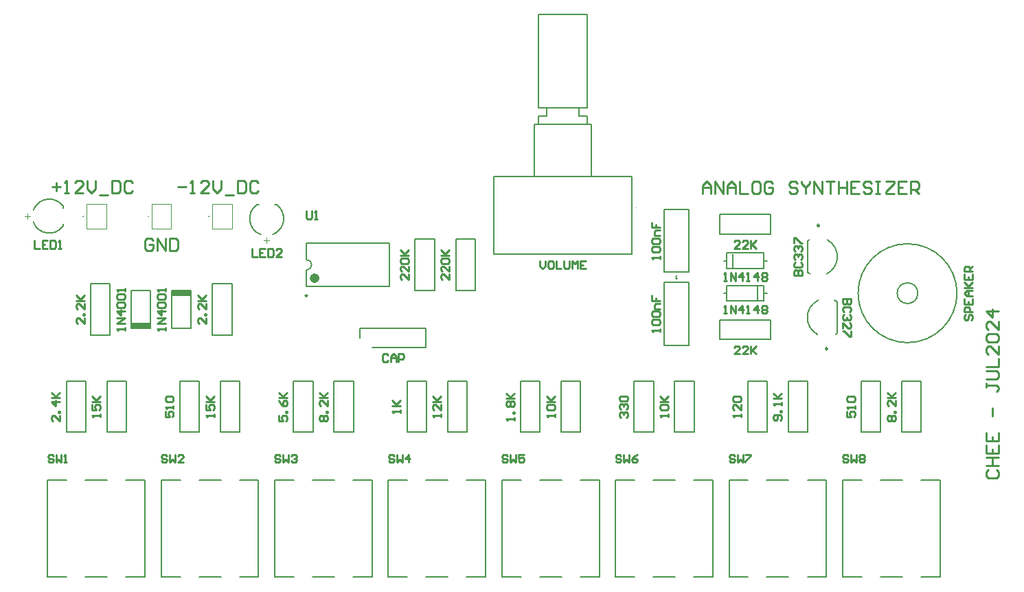
<source format=gbr>
G04*
G04 #@! TF.GenerationSoftware,Altium Limited,Altium Designer,24.5.1 (21)*
G04*
G04 Layer_Color=65535*
%FSLAX25Y25*%
%MOIN*%
G70*
G04*
G04 #@! TF.SameCoordinates,3106325B-D942-48A4-ABE3-467AB4579E9E*
G04*
G04*
G04 #@! TF.FilePolarity,Positive*
G04*
G01*
G75*
%ADD10C,0.00394*%
%ADD11C,0.00600*%
%ADD12C,0.00787*%
%ADD13C,0.00984*%
%ADD14C,0.00591*%
%ADD15C,0.02362*%
%ADD16C,0.01000*%
%ADD17R,0.09291X0.02622*%
D10*
X323228Y198819D02*
G03*
X322835Y198819I-197J0D01*
G01*
D02*
G03*
X323228Y198819I197J0D01*
G01*
X117303Y200886D02*
X126791D01*
X117303Y188878D02*
Y200886D01*
Y188878D02*
X126791D01*
Y200886D01*
X97264Y188878D02*
Y200886D01*
X87776Y188878D02*
X97264D01*
X87776D02*
Y200886D01*
X97264D01*
X56279D02*
X65768D01*
X56279Y188878D02*
Y200886D01*
Y188878D02*
X65768D01*
Y200886D01*
X142380Y183161D02*
X145079D01*
X143729Y181811D02*
Y184510D01*
X27649Y196203D02*
Y193504D01*
X26299Y194853D02*
X28998D01*
D11*
X342820Y164663D02*
G03*
X342820Y164663I-300J0D01*
G01*
X459724Y157480D02*
G03*
X459724Y157480I-5000J0D01*
G01*
X478724D02*
G03*
X478724Y157480I-24000J0D01*
G01*
X342820Y165730D02*
G03*
X342820Y165730I-300J0D01*
G01*
X336520Y167663D02*
Y198163D01*
X348520Y167663D02*
Y198163D01*
X336520D02*
X348520D01*
X336520Y167663D02*
X348520D01*
Y132230D02*
Y162730D01*
X336520Y132230D02*
Y162730D01*
Y132230D02*
X348520D01*
X336520Y162730D02*
X348520D01*
D12*
X407088Y183373D02*
G03*
X406161Y182811I4329J-8177D01*
G01*
Y167583D02*
G03*
X407504Y166813I5256J7614D01*
G01*
X415332Y166814D02*
G03*
X415748Y183373I-3914J8383D01*
G01*
X411440Y154052D02*
G03*
X411024Y137494I3914J-8383D01*
G01*
X420610Y153283D02*
G03*
X419267Y154053I-5256J-7614D01*
G01*
X419684Y137493D02*
G03*
X420610Y138055I-4329J8177D01*
G01*
X115748Y194685D02*
G03*
X115748Y194685I-197J0D01*
G01*
X86221D02*
G03*
X86221Y194685I-197J0D01*
G01*
X54724D02*
G03*
X54724Y194685I-197J0D01*
G01*
X162992Y168760D02*
G03*
X162992Y173760I0J2500D01*
G01*
X194882Y131083D02*
X220886D01*
Y140571D01*
X188878D02*
X220886D01*
X188878Y135827D02*
Y140571D01*
X211811Y114764D02*
X221260D01*
Y89961D02*
Y114764D01*
X211811Y89961D02*
Y114764D01*
Y89961D02*
X221260D01*
X235433Y183661D02*
X244882D01*
Y158858D02*
Y183661D01*
X235433Y158858D02*
Y183661D01*
Y158858D02*
X244882D01*
X215748D02*
X225197D01*
X215748D02*
Y183661D01*
X225197Y158858D02*
Y183661D01*
X215748D02*
X225197D01*
X275590Y247441D02*
X279528D01*
X275590D02*
Y292717D01*
X299213D01*
Y247441D02*
Y292717D01*
X295276Y247441D02*
X299213D01*
X275590Y239567D02*
Y243504D01*
X279528D01*
Y247441D01*
X295276D01*
Y243504D02*
Y247441D01*
Y243504D02*
X299213D01*
Y239567D02*
Y243504D01*
X273622Y213976D02*
Y239567D01*
X301181D01*
Y213976D02*
Y239567D01*
X320866Y176575D02*
Y213976D01*
X253937D02*
X320866D01*
X253937Y176575D02*
Y213976D01*
Y176575D02*
X320866D01*
X367008Y153720D02*
X384961D01*
X367008D02*
Y161240D01*
X384961D01*
Y153720D02*
Y161240D01*
X381890Y154114D02*
Y160846D01*
X384961Y157480D02*
X386535D01*
X365433D02*
X367008D01*
X363583Y135039D02*
Y144488D01*
X388386D01*
X363583Y135039D02*
X388386D01*
Y144488D01*
X367008Y176988D02*
X384961D01*
Y169468D02*
Y176988D01*
X367008Y169468D02*
X384961D01*
X367008D02*
Y176988D01*
X370079Y169862D02*
Y176594D01*
X365433Y173228D02*
X367008D01*
X384961D02*
X386535D01*
X388386Y186221D02*
Y195669D01*
X363583Y186221D02*
X388386D01*
X363583Y195669D02*
X388386D01*
X363583Y186221D02*
Y195669D01*
X406161Y167583D02*
Y182811D01*
X420610Y138055D02*
Y153283D01*
X58268Y162008D02*
X67716D01*
Y137205D02*
Y162008D01*
X58268Y137205D02*
Y162008D01*
Y137205D02*
X67716D01*
X97716Y140482D02*
X107008D01*
Y158730D01*
X97716D02*
X107008D01*
X97716Y140482D02*
Y158730D01*
X78031D02*
X87323D01*
X78031Y140482D02*
Y158730D01*
Y140482D02*
X87323D01*
Y158730D01*
X117323Y162008D02*
X126772D01*
Y137205D02*
Y162008D01*
X117323Y137205D02*
Y162008D01*
Y137205D02*
X126772D01*
X451968Y89961D02*
X461417D01*
X451968D02*
Y114764D01*
X461417Y89961D02*
Y114764D01*
X451968D02*
X461417D01*
X432283D02*
X441732D01*
Y89961D02*
Y114764D01*
X432283Y89961D02*
Y114764D01*
Y89961D02*
X441732D01*
X396850Y89961D02*
X406299D01*
X396850D02*
Y114764D01*
X406299Y89961D02*
Y114764D01*
X396850D02*
X406299D01*
X377165Y114764D02*
X386614D01*
Y89961D02*
Y114764D01*
X377165Y89961D02*
Y114764D01*
Y89961D02*
X386614D01*
X341732D02*
X351181D01*
X341732D02*
Y114764D01*
X351181Y89961D02*
Y114764D01*
X341732D02*
X351181D01*
X322047D02*
X331496D01*
Y89961D02*
Y114764D01*
X322047Y89961D02*
Y114764D01*
Y89961D02*
X331496D01*
X286614D02*
X296063D01*
X286614D02*
Y114764D01*
X296063Y89961D02*
Y114764D01*
X286614D02*
X296063D01*
X266929D02*
X276378D01*
Y89961D02*
Y114764D01*
X266929Y89961D02*
Y114764D01*
Y89961D02*
X276378D01*
X231496D02*
X240945D01*
X231496D02*
Y114764D01*
X240945Y89961D02*
Y114764D01*
X231496D02*
X240945D01*
X176378Y89961D02*
X185827D01*
X176378D02*
Y114764D01*
X185827Y89961D02*
Y114764D01*
X176378D02*
X185827D01*
X156693D02*
X166142D01*
Y89961D02*
Y114764D01*
X156693Y89961D02*
Y114764D01*
Y89961D02*
X166142D01*
X121260D02*
X130709D01*
X121260D02*
Y114764D01*
X130709Y89961D02*
Y114764D01*
X121260D02*
X130709D01*
X101575D02*
X111024D01*
Y89961D02*
Y114764D01*
X101575Y89961D02*
Y114764D01*
Y89961D02*
X111024D01*
X66142D02*
X75590D01*
X66142D02*
Y114764D01*
X75590Y89961D02*
Y114764D01*
X66142D02*
X75590D01*
X46457D02*
X55905D01*
Y89961D02*
Y114764D01*
X46457Y89961D02*
Y114764D01*
Y89961D02*
X55905D01*
X305118Y19685D02*
Y66929D01*
X257874Y19685D02*
Y66929D01*
X295866D02*
X305118D01*
X295866Y19685D02*
X305118D01*
X257874Y66929D02*
X267126D01*
X257874Y19685D02*
X267126D01*
X276181Y66929D02*
X286811D01*
X276181Y19685D02*
X286811D01*
X470472D02*
Y66929D01*
X423228Y19685D02*
Y66929D01*
X461221D02*
X470472D01*
X461221Y19685D02*
X470472D01*
X423228Y66929D02*
X432480D01*
X423228Y19685D02*
X432480D01*
X441535Y66929D02*
X452165D01*
X441535Y19685D02*
X452165D01*
X360236D02*
Y66929D01*
X312992Y19685D02*
Y66929D01*
X350984D02*
X360236D01*
X350984Y19685D02*
X360236D01*
X312992Y66929D02*
X322244D01*
X312992Y19685D02*
X322244D01*
X331299Y66929D02*
X341929D01*
X331299Y19685D02*
X341929D01*
X415354D02*
Y66929D01*
X368110Y19685D02*
Y66929D01*
X406102D02*
X415354D01*
X406102Y19685D02*
X415354D01*
X368110Y66929D02*
X377362D01*
X368110Y19685D02*
X377362D01*
X386417Y66929D02*
X397047D01*
X386417Y19685D02*
X397047D01*
X139764D02*
Y66929D01*
X92520Y19685D02*
Y66929D01*
X130512D02*
X139764D01*
X130512Y19685D02*
X139764D01*
X92520Y66929D02*
X101772D01*
X92520Y19685D02*
X101772D01*
X110827Y66929D02*
X121457D01*
X110827Y19685D02*
X121457D01*
X194882D02*
Y66929D01*
X147638Y19685D02*
Y66929D01*
X185630D02*
X194882D01*
X185630Y19685D02*
X194882D01*
X147638Y66929D02*
X156890D01*
X147638Y19685D02*
X156890D01*
X165945Y66929D02*
X176575D01*
X165945Y19685D02*
X176575D01*
X250000D02*
Y66929D01*
X202756Y19685D02*
Y66929D01*
X240748D02*
X250000D01*
X240748Y19685D02*
X250000D01*
X202756Y66929D02*
X212008D01*
X202756Y19685D02*
X212008D01*
X221063Y66929D02*
X231693D01*
X221063Y19685D02*
X231693D01*
X55709D02*
X66339D01*
X55709Y66929D02*
X66339D01*
X37402Y19685D02*
X46654D01*
X37402Y66929D02*
X46654D01*
X75394Y19685D02*
X84646D01*
X75394Y66929D02*
X84646D01*
X37402Y19685D02*
Y66929D01*
X84646Y19685D02*
Y66929D01*
X162992Y160827D02*
X203150D01*
X162992Y181693D02*
X203150D01*
X162992Y160827D02*
Y168760D01*
Y173760D02*
Y181693D01*
X203150Y160827D02*
Y181693D01*
D13*
X411909Y190354D02*
G03*
X411909Y190354I-492J0D01*
G01*
X415846Y130512D02*
G03*
X415846Y130512I-492J0D01*
G01*
X163445Y156260D02*
G03*
X163445Y156260I-492J0D01*
G01*
D14*
X138979Y200487D02*
G03*
X140869Y185933I4722J-6786D01*
G01*
X146533D02*
G03*
X148423Y200487I-2832J7768D01*
G01*
X44976Y199604D02*
G03*
X30421Y197714I-6786J-4722D01*
G01*
Y192050D02*
G03*
X44976Y190160I7768J2832D01*
G01*
X138979Y200487D02*
X139961D01*
X147441D02*
X148423D01*
X44976Y198622D02*
Y199604D01*
Y190160D02*
Y191142D01*
D15*
X168110Y164764D02*
G03*
X168110Y164764I-1181J0D01*
G01*
D16*
X202508Y127296D02*
X201852Y127952D01*
X200540D01*
X199884Y127296D01*
Y124672D01*
X200540Y124016D01*
X201852D01*
X202508Y124672D01*
X203820Y124016D02*
Y126640D01*
X205132Y127952D01*
X206444Y126640D01*
Y124016D01*
Y125984D01*
X203820D01*
X207756Y124016D02*
Y127952D01*
X209724D01*
X210380Y127296D01*
Y125984D01*
X209724Y125328D01*
X207756D01*
X100585Y209161D02*
X104584D01*
X106583Y206162D02*
X108582D01*
X107583D01*
Y212160D01*
X106583Y211161D01*
X115580Y206162D02*
X111582D01*
X115580Y210161D01*
Y211161D01*
X114581Y212160D01*
X112581D01*
X111582Y211161D01*
X117579Y212160D02*
Y208162D01*
X119579Y206162D01*
X121578Y208162D01*
Y212160D01*
X123578Y205163D02*
X127576D01*
X129576Y212160D02*
Y206162D01*
X132575D01*
X133574Y207162D01*
Y211161D01*
X132575Y212160D01*
X129576D01*
X139572Y211161D02*
X138573Y212160D01*
X136573D01*
X135574Y211161D01*
Y207162D01*
X136573Y206162D01*
X138573D01*
X139572Y207162D01*
X494002Y71928D02*
X493002Y70928D01*
Y68929D01*
X494002Y67929D01*
X498000D01*
X499000Y68929D01*
Y70928D01*
X498000Y71928D01*
X493002Y73927D02*
X499000D01*
X496001D01*
Y77926D01*
X493002D01*
X499000D01*
X493002Y83924D02*
Y79925D01*
X499000D01*
Y83924D01*
X496001Y79925D02*
Y81925D01*
X493002Y89922D02*
Y85923D01*
X499000D01*
Y89922D01*
X496001Y85923D02*
Y87923D01*
Y97919D02*
Y101918D01*
X493002Y113914D02*
Y111915D01*
Y112915D01*
X498000D01*
X499000Y111915D01*
Y110915D01*
X498000Y109915D01*
X493002Y115914D02*
X498000D01*
X499000Y116913D01*
Y118913D01*
X498000Y119912D01*
X493002D01*
Y121912D02*
X499000D01*
Y125910D01*
Y131908D02*
Y127910D01*
X495001Y131908D01*
X494002D01*
X493002Y130909D01*
Y128909D01*
X494002Y127910D01*
Y133908D02*
X493002Y134907D01*
Y136907D01*
X494002Y137907D01*
X498000D01*
X499000Y136907D01*
Y134907D01*
X498000Y133908D01*
X494002D01*
X499000Y143904D02*
Y139906D01*
X495001Y143904D01*
X494002D01*
X493002Y142905D01*
Y140905D01*
X494002Y139906D01*
X499000Y148903D02*
X493002D01*
X496001Y145904D01*
Y149903D01*
X355331Y205724D02*
Y209723D01*
X357330Y211722D01*
X359329Y209723D01*
Y205724D01*
Y208723D01*
X355331D01*
X361329Y205724D02*
Y211722D01*
X365328Y205724D01*
Y211722D01*
X367327Y205724D02*
Y209723D01*
X369326Y211722D01*
X371325Y209723D01*
Y205724D01*
Y208723D01*
X367327D01*
X373325Y211722D02*
Y205724D01*
X377324D01*
X382322Y211722D02*
X380323D01*
X379323Y210723D01*
Y206724D01*
X380323Y205724D01*
X382322D01*
X383322Y206724D01*
Y210723D01*
X382322Y211722D01*
X389320Y210723D02*
X388320Y211722D01*
X386321D01*
X385321Y210723D01*
Y206724D01*
X386321Y205724D01*
X388320D01*
X389320Y206724D01*
Y208723D01*
X387320D01*
X401316Y210723D02*
X400316Y211722D01*
X398317D01*
X397317Y210723D01*
Y209723D01*
X398317Y208723D01*
X400316D01*
X401316Y207724D01*
Y206724D01*
X400316Y205724D01*
X398317D01*
X397317Y206724D01*
X403315Y211722D02*
Y210723D01*
X405314Y208723D01*
X407314Y210723D01*
Y211722D01*
X405314Y208723D02*
Y205724D01*
X409313D02*
Y211722D01*
X413312Y205724D01*
Y211722D01*
X415311D02*
X419310D01*
X417311D01*
Y205724D01*
X421309Y211722D02*
Y205724D01*
Y208723D01*
X425308D01*
Y211722D01*
Y205724D01*
X431306Y211722D02*
X427307D01*
Y205724D01*
X431306D01*
X427307Y208723D02*
X429307D01*
X437304Y210723D02*
X436305Y211722D01*
X434305D01*
X433306Y210723D01*
Y209723D01*
X434305Y208723D01*
X436305D01*
X437304Y207724D01*
Y206724D01*
X436305Y205724D01*
X434305D01*
X433306Y206724D01*
X439303Y211722D02*
X441303D01*
X440303D01*
Y205724D01*
X439303D01*
X441303D01*
X444302Y211722D02*
X448301D01*
Y210723D01*
X444302Y206724D01*
Y205724D01*
X448301D01*
X454299Y211722D02*
X450300D01*
Y205724D01*
X454299D01*
X450300Y208723D02*
X452299D01*
X456298Y205724D02*
Y211722D01*
X459297D01*
X460297Y210723D01*
Y208723D01*
X459297Y207724D01*
X456298D01*
X458297D02*
X460297Y205724D01*
X94488Y139439D02*
Y140751D01*
Y140095D01*
X90552D01*
X91208Y139439D01*
X94488Y142719D02*
X90552D01*
X94488Y145343D01*
X90552D01*
X94488Y148622D02*
X90552D01*
X92520Y146654D01*
Y149278D01*
X91208Y150590D02*
X90552Y151246D01*
Y152558D01*
X91208Y153214D01*
X93832D01*
X94488Y152558D01*
Y151246D01*
X93832Y150590D01*
X91208D01*
Y154526D02*
X90552Y155182D01*
Y156494D01*
X91208Y157150D01*
X93832D01*
X94488Y156494D01*
Y155182D01*
X93832Y154526D01*
X91208D01*
X94488Y158462D02*
Y159774D01*
Y159118D01*
X90552D01*
X91208Y158462D01*
X74803Y139439D02*
Y140751D01*
Y140095D01*
X70867D01*
X71523Y139439D01*
X74803Y142719D02*
X70867D01*
X74803Y145343D01*
X70867D01*
X74803Y148622D02*
X70867D01*
X72835Y146654D01*
Y149278D01*
X71523Y150590D02*
X70867Y151246D01*
Y152558D01*
X71523Y153214D01*
X74147D01*
X74803Y152558D01*
Y151246D01*
X74147Y150590D01*
X71523D01*
Y154526D02*
X70867Y155182D01*
Y156494D01*
X71523Y157150D01*
X74147D01*
X74803Y156494D01*
Y155182D01*
X74147Y154526D01*
X71523D01*
X74803Y158462D02*
Y159774D01*
Y159118D01*
X70867D01*
X71523Y158462D01*
X399607Y166014D02*
X403543D01*
Y167981D01*
X402887Y168637D01*
X402231D01*
X401575Y167981D01*
Y166014D01*
Y167981D01*
X400919Y168637D01*
X400263D01*
X399607Y167981D01*
Y166014D01*
X400263Y172573D02*
X399607Y171917D01*
Y170605D01*
X400263Y169949D01*
X402887D01*
X403543Y170605D01*
Y171917D01*
X402887Y172573D01*
X400263Y173885D02*
X399607Y174541D01*
Y175853D01*
X400263Y176509D01*
X400919D01*
X401575Y175853D01*
Y175197D01*
Y175853D01*
X402231Y176509D01*
X402887D01*
X403543Y175853D01*
Y174541D01*
X402887Y173885D01*
X400263Y177821D02*
X399607Y178477D01*
Y179789D01*
X400263Y180445D01*
X400919D01*
X401575Y179789D01*
Y179133D01*
Y179789D01*
X402231Y180445D01*
X402887D01*
X403543Y179789D01*
Y178477D01*
X402887Y177821D01*
X399607Y181756D02*
Y184380D01*
X400263D01*
X402887Y181756D01*
X403543D01*
X88521Y183102D02*
X87521Y184101D01*
X85522D01*
X84522Y183102D01*
Y179103D01*
X85522Y178103D01*
X87521D01*
X88521Y179103D01*
Y181102D01*
X86522D01*
X90520Y178103D02*
Y184101D01*
X94519Y178103D01*
Y184101D01*
X96518D02*
Y178103D01*
X99517D01*
X100517Y179103D01*
Y183102D01*
X99517Y184101D01*
X96518D01*
X114173Y145343D02*
Y142719D01*
X111549Y145343D01*
X110893D01*
X110237Y144687D01*
Y143375D01*
X110893Y142719D01*
X114173Y146654D02*
X113517D01*
Y147310D01*
X114173D01*
Y146654D01*
Y152558D02*
Y149934D01*
X111549Y152558D01*
X110893D01*
X110237Y151902D01*
Y150590D01*
X110893Y149934D01*
X110237Y153870D02*
X114173D01*
X112861D01*
X110237Y156494D01*
X112205Y154526D01*
X114173Y156494D01*
X55117Y145343D02*
Y142719D01*
X52494Y145343D01*
X51838D01*
X51182Y144687D01*
Y143375D01*
X51838Y142719D01*
X55117Y146654D02*
X54461D01*
Y147310D01*
X55117D01*
Y146654D01*
Y152558D02*
Y149934D01*
X52494Y152558D01*
X51838D01*
X51182Y151902D01*
Y150590D01*
X51838Y149934D01*
X51182Y153870D02*
X55117D01*
X53806D01*
X51182Y156494D01*
X53150Y154526D01*
X55117Y156494D01*
X136485Y179133D02*
Y175198D01*
X139109D01*
X143045Y179133D02*
X140421D01*
Y175198D01*
X143045D01*
X140421Y177165D02*
X141733D01*
X144357Y179133D02*
Y175198D01*
X146325D01*
X146981Y175853D01*
Y178477D01*
X146325Y179133D01*
X144357D01*
X150916Y175198D02*
X148293D01*
X150916Y177821D01*
Y178477D01*
X150260Y179133D01*
X148949D01*
X148293Y178477D01*
X30842Y183070D02*
Y179135D01*
X33466D01*
X37402Y183070D02*
X34778D01*
Y179135D01*
X37402D01*
X34778Y181102D02*
X36090D01*
X38713Y183070D02*
Y179135D01*
X40681D01*
X41337Y179790D01*
Y182414D01*
X40681Y183070D01*
X38713D01*
X42649Y179135D02*
X43961D01*
X43305D01*
Y183070D01*
X42649Y182414D01*
X39561Y209161D02*
X43560D01*
X41561Y211161D02*
Y207162D01*
X45559Y206162D02*
X47559D01*
X46559D01*
Y212160D01*
X45559Y211161D01*
X54557Y206162D02*
X50558D01*
X54557Y210161D01*
Y211161D01*
X53557Y212160D01*
X51558D01*
X50558Y211161D01*
X56556Y212160D02*
Y208162D01*
X58555Y206162D01*
X60555Y208162D01*
Y212160D01*
X62554Y205163D02*
X66553D01*
X68552Y212160D02*
Y206162D01*
X71551D01*
X72551Y207162D01*
Y211161D01*
X71551Y212160D01*
X68552D01*
X78549Y211161D02*
X77549Y212160D01*
X75550D01*
X74550Y211161D01*
Y207162D01*
X75550Y206162D01*
X77549D01*
X78549Y207162D01*
X276250Y173228D02*
Y170604D01*
X277562Y169292D01*
X278874Y170604D01*
Y173228D01*
X282154D02*
X280842D01*
X280186Y172572D01*
Y169948D01*
X280842Y169292D01*
X282154D01*
X282810Y169948D01*
Y172572D01*
X282154Y173228D01*
X284122D02*
Y169292D01*
X286746D01*
X288057Y173228D02*
Y169948D01*
X288714Y169292D01*
X290025D01*
X290681Y169948D01*
Y173228D01*
X291993Y169292D02*
Y173228D01*
X293305Y171916D01*
X294617Y173228D01*
Y169292D01*
X298553Y173228D02*
X295929D01*
Y169292D01*
X298553D01*
X295929Y171260D02*
X297241D01*
X162906Y197342D02*
Y194062D01*
X163562Y193406D01*
X164874D01*
X165530Y194062D01*
Y197342D01*
X166842Y193406D02*
X168154D01*
X167498D01*
Y197342D01*
X166842Y196686D01*
X425930Y78586D02*
X425274Y79242D01*
X423962D01*
X423306Y78586D01*
Y77930D01*
X423962Y77274D01*
X425274D01*
X425930Y76618D01*
Y75962D01*
X425274Y75306D01*
X423962D01*
X423306Y75962D01*
X427242Y79242D02*
Y75306D01*
X428554Y76618D01*
X429866Y75306D01*
Y79242D01*
X431178Y78586D02*
X431834Y79242D01*
X433146D01*
X433802Y78586D01*
Y77930D01*
X433146Y77274D01*
X433802Y76618D01*
Y75962D01*
X433146Y75306D01*
X431834D01*
X431178Y75962D01*
Y76618D01*
X431834Y77274D01*
X431178Y77930D01*
Y78586D01*
X431834Y77274D02*
X433146D01*
X370830Y78586D02*
X370174Y79242D01*
X368862D01*
X368206Y78586D01*
Y77930D01*
X368862Y77274D01*
X370174D01*
X370830Y76618D01*
Y75962D01*
X370174Y75306D01*
X368862D01*
X368206Y75962D01*
X372142Y79242D02*
Y75306D01*
X373454Y76618D01*
X374766Y75306D01*
Y79242D01*
X376078D02*
X378702D01*
Y78586D01*
X376078Y75962D01*
Y75306D01*
X315730Y78586D02*
X315074Y79242D01*
X313762D01*
X313106Y78586D01*
Y77930D01*
X313762Y77274D01*
X315074D01*
X315730Y76618D01*
Y75962D01*
X315074Y75306D01*
X313762D01*
X313106Y75962D01*
X317042Y79242D02*
Y75306D01*
X318354Y76618D01*
X319666Y75306D01*
Y79242D01*
X323602D02*
X322290Y78586D01*
X320978Y77274D01*
Y75962D01*
X321634Y75306D01*
X322946D01*
X323602Y75962D01*
Y76618D01*
X322946Y77274D01*
X320978D01*
X260630Y78586D02*
X259974Y79242D01*
X258662D01*
X258006Y78586D01*
Y77930D01*
X258662Y77274D01*
X259974D01*
X260630Y76618D01*
Y75962D01*
X259974Y75306D01*
X258662D01*
X258006Y75962D01*
X261942Y79242D02*
Y75306D01*
X263254Y76618D01*
X264566Y75306D01*
Y79242D01*
X268502D02*
X265878D01*
Y77274D01*
X267190Y77930D01*
X267846D01*
X268502Y77274D01*
Y75962D01*
X267846Y75306D01*
X266534D01*
X265878Y75962D01*
X205530Y78586D02*
X204874Y79242D01*
X203562D01*
X202906Y78586D01*
Y77930D01*
X203562Y77274D01*
X204874D01*
X205530Y76618D01*
Y75962D01*
X204874Y75306D01*
X203562D01*
X202906Y75962D01*
X206842Y79242D02*
Y75306D01*
X208154Y76618D01*
X209466Y75306D01*
Y79242D01*
X212746Y75306D02*
Y79242D01*
X210778Y77274D01*
X213402D01*
X150330Y78586D02*
X149674Y79242D01*
X148362D01*
X147706Y78586D01*
Y77930D01*
X148362Y77274D01*
X149674D01*
X150330Y76618D01*
Y75962D01*
X149674Y75306D01*
X148362D01*
X147706Y75962D01*
X151642Y79242D02*
Y75306D01*
X152954Y76618D01*
X154266Y75306D01*
Y79242D01*
X155578Y78586D02*
X156234Y79242D01*
X157546D01*
X158202Y78586D01*
Y77930D01*
X157546Y77274D01*
X156890D01*
X157546D01*
X158202Y76618D01*
Y75962D01*
X157546Y75306D01*
X156234D01*
X155578Y75962D01*
X95230Y78586D02*
X94574Y79242D01*
X93262D01*
X92606Y78586D01*
Y77930D01*
X93262Y77274D01*
X94574D01*
X95230Y76618D01*
Y75962D01*
X94574Y75306D01*
X93262D01*
X92606Y75962D01*
X96542Y79242D02*
Y75306D01*
X97854Y76618D01*
X99166Y75306D01*
Y79242D01*
X103102Y75306D02*
X100478D01*
X103102Y77930D01*
Y78586D01*
X102446Y79242D01*
X101134D01*
X100478Y78586D01*
X40130D02*
X39474Y79242D01*
X38162D01*
X37506Y78586D01*
Y77930D01*
X38162Y77274D01*
X39474D01*
X40130Y76618D01*
Y75962D01*
X39474Y75306D01*
X38162D01*
X37506Y75962D01*
X41442Y79242D02*
Y75306D01*
X42754Y76618D01*
X44066Y75306D01*
Y79242D01*
X45378Y75306D02*
X46690D01*
X46034D01*
Y79242D01*
X45378Y78586D01*
X373360Y127953D02*
X370737D01*
X373360Y130577D01*
Y131233D01*
X372705Y131889D01*
X371393D01*
X370737Y131233D01*
X377296Y127953D02*
X374672D01*
X377296Y130577D01*
Y131233D01*
X376640Y131889D01*
X375328D01*
X374672Y131233D01*
X378608Y131889D02*
Y127953D01*
Y129265D01*
X381232Y131889D01*
X379264Y129921D01*
X381232Y127953D01*
X373360Y179135D02*
X370737D01*
X373360Y181758D01*
Y182414D01*
X372705Y183070D01*
X371393D01*
X370737Y182414D01*
X377296Y179135D02*
X374672D01*
X377296Y181758D01*
Y182414D01*
X376640Y183070D01*
X375328D01*
X374672Y182414D01*
X378608Y183070D02*
Y179135D01*
Y180446D01*
X381232Y183070D01*
X379264Y181102D01*
X381232Y179135D01*
X43306Y98098D02*
Y95475D01*
X40683Y98098D01*
X40027D01*
X39371Y97443D01*
Y96131D01*
X40027Y95475D01*
X43306Y99410D02*
X42650D01*
Y100066D01*
X43306D01*
Y99410D01*
Y104658D02*
X39371D01*
X41339Y102690D01*
Y105314D01*
X39371Y106626D02*
X43306D01*
X41995D01*
X39371Y109250D01*
X41339Y107282D01*
X43306Y109250D01*
X62991Y97443D02*
Y98754D01*
Y98098D01*
X59056D01*
X59712Y97443D01*
X59056Y103346D02*
Y100722D01*
X61024D01*
X60368Y102034D01*
Y102690D01*
X61024Y103346D01*
X62335D01*
X62991Y102690D01*
Y101378D01*
X62335Y100722D01*
X59056Y104658D02*
X62991D01*
X61680D01*
X59056Y107282D01*
X61024Y105314D01*
X62991Y107282D01*
X94489Y100066D02*
Y97443D01*
X96457D01*
X95801Y98754D01*
Y99410D01*
X96457Y100066D01*
X97769D01*
X98425Y99410D01*
Y98098D01*
X97769Y97443D01*
X98425Y101378D02*
Y102690D01*
Y102034D01*
X94489D01*
X95145Y101378D01*
Y104658D02*
X94489Y105314D01*
Y106626D01*
X95145Y107282D01*
X97769D01*
X98425Y106626D01*
Y105314D01*
X97769Y104658D01*
X95145D01*
X118110Y97443D02*
Y98754D01*
Y98098D01*
X114174D01*
X114830Y97443D01*
X114174Y103346D02*
Y100722D01*
X116142D01*
X115486Y102034D01*
Y102690D01*
X116142Y103346D01*
X117454D01*
X118110Y102690D01*
Y101378D01*
X117454Y100722D01*
X114174Y104658D02*
X118110D01*
X116798D01*
X114174Y107282D01*
X116142Y105314D01*
X118110Y107282D01*
X149607Y98098D02*
Y95475D01*
X151575D01*
X150919Y96787D01*
Y97443D01*
X151575Y98098D01*
X152887D01*
X153543Y97443D01*
Y96131D01*
X152887Y95475D01*
X153543Y99410D02*
X152887D01*
Y100066D01*
X153543D01*
Y99410D01*
X149607Y105314D02*
X150263Y104002D01*
X151575Y102690D01*
X152887D01*
X153543Y103346D01*
Y104658D01*
X152887Y105314D01*
X152231D01*
X151575Y104658D01*
Y102690D01*
X149607Y106626D02*
X153543D01*
X152231D01*
X149607Y109250D01*
X151575Y107282D01*
X153543Y109250D01*
X169948Y95475D02*
X169292Y96131D01*
Y97443D01*
X169948Y98098D01*
X170604D01*
X171260Y97443D01*
X171916Y98098D01*
X172572D01*
X173228Y97443D01*
Y96131D01*
X172572Y95475D01*
X171916D01*
X171260Y96131D01*
X170604Y95475D01*
X169948D01*
X171260Y96131D02*
Y97443D01*
X173228Y99410D02*
X172572D01*
Y100066D01*
X173228D01*
Y99410D01*
Y105314D02*
Y102690D01*
X170604Y105314D01*
X169948D01*
X169292Y104658D01*
Y103346D01*
X169948Y102690D01*
X169292Y106626D02*
X173228D01*
X171916D01*
X169292Y109250D01*
X171260Y107282D01*
X173228Y109250D01*
X208661Y99410D02*
Y100722D01*
Y100066D01*
X204725D01*
X205381Y99410D01*
X204725Y102690D02*
X208661D01*
X207349D01*
X204725Y105314D01*
X206693Y103346D01*
X208661Y105314D01*
X228346Y97443D02*
Y98754D01*
Y98098D01*
X224410D01*
X225066Y97443D01*
X228346Y103346D02*
Y100722D01*
X225722Y103346D01*
X225066D01*
X224410Y102690D01*
Y101378D01*
X225066Y100722D01*
X224410Y104658D02*
X228346D01*
X227034D01*
X224410Y107282D01*
X226378Y105314D01*
X228346Y107282D01*
X263779Y95803D02*
Y97114D01*
Y96459D01*
X259843D01*
X260499Y95803D01*
X263779Y99082D02*
X263123D01*
Y99738D01*
X263779D01*
Y99082D01*
X260499Y102362D02*
X259843Y103018D01*
Y104330D01*
X260499Y104986D01*
X261155D01*
X261811Y104330D01*
X262467Y104986D01*
X263123D01*
X263779Y104330D01*
Y103018D01*
X263123Y102362D01*
X262467D01*
X261811Y103018D01*
X261155Y102362D01*
X260499D01*
X261811Y103018D02*
Y104330D01*
X259843Y106298D02*
X263779D01*
X262467D01*
X259843Y108922D01*
X261811Y106954D01*
X263779Y108922D01*
X283464Y97443D02*
Y98754D01*
Y98098D01*
X279528D01*
X280184Y97443D01*
Y100722D02*
X279528Y101378D01*
Y102690D01*
X280184Y103346D01*
X282808D01*
X283464Y102690D01*
Y101378D01*
X282808Y100722D01*
X280184D01*
X279528Y104658D02*
X283464D01*
X282152D01*
X279528Y107282D01*
X281496Y105314D01*
X283464Y107282D01*
X315617Y97115D02*
X314961Y97771D01*
Y99082D01*
X315617Y99738D01*
X316273D01*
X316929Y99082D01*
Y98427D01*
Y99082D01*
X317585Y99738D01*
X318241D01*
X318897Y99082D01*
Y97771D01*
X318241Y97115D01*
X315617Y101050D02*
X314961Y101706D01*
Y103018D01*
X315617Y103674D01*
X316273D01*
X316929Y103018D01*
Y102362D01*
Y103018D01*
X317585Y103674D01*
X318241D01*
X318897Y103018D01*
Y101706D01*
X318241Y101050D01*
X315617Y104986D02*
X314961Y105642D01*
Y106954D01*
X315617Y107610D01*
X318241D01*
X318897Y106954D01*
Y105642D01*
X318241Y104986D01*
X315617D01*
X338582Y97443D02*
Y98754D01*
Y98098D01*
X334646D01*
X335302Y97443D01*
Y100722D02*
X334646Y101378D01*
Y102690D01*
X335302Y103346D01*
X337926D01*
X338582Y102690D01*
Y101378D01*
X337926Y100722D01*
X335302D01*
X334646Y104658D02*
X338582D01*
X337270D01*
X334646Y107282D01*
X336614Y105314D01*
X338582Y107282D01*
X374015Y97443D02*
Y98754D01*
Y98098D01*
X370079D01*
X370735Y97443D01*
X374015Y103346D02*
Y100722D01*
X371391Y103346D01*
X370735D01*
X370079Y102690D01*
Y101378D01*
X370735Y100722D01*
Y104658D02*
X370079Y105314D01*
Y106626D01*
X370735Y107282D01*
X373359D01*
X374015Y106626D01*
Y105314D01*
X373359Y104658D01*
X370735D01*
X393044Y95803D02*
X393700Y96459D01*
Y97771D01*
X393044Y98426D01*
X390420D01*
X389764Y97771D01*
Y96459D01*
X390420Y95803D01*
X391076D01*
X391732Y96459D01*
Y98426D01*
X393700Y99738D02*
X393044D01*
Y100394D01*
X393700D01*
Y99738D01*
Y103018D02*
Y104330D01*
Y103674D01*
X389764D01*
X390420Y103018D01*
X389764Y106298D02*
X393700D01*
X392388D01*
X389764Y108922D01*
X391732Y106954D01*
X393700Y108922D01*
X425198Y100066D02*
Y97443D01*
X427165D01*
X426509Y98754D01*
Y99410D01*
X427165Y100066D01*
X428477D01*
X429133Y99410D01*
Y98098D01*
X428477Y97443D01*
X429133Y101378D02*
Y102690D01*
Y102034D01*
X425198D01*
X425853Y101378D01*
Y104658D02*
X425198Y105314D01*
Y106626D01*
X425853Y107282D01*
X428477D01*
X429133Y106626D01*
Y105314D01*
X428477Y104658D01*
X425853D01*
X445539Y95475D02*
X444882Y96131D01*
Y97443D01*
X445539Y98098D01*
X446194D01*
X446850Y97443D01*
X447506Y98098D01*
X448162D01*
X448818Y97443D01*
Y96131D01*
X448162Y95475D01*
X447506D01*
X446850Y96131D01*
X446194Y95475D01*
X445539D01*
X446850Y96131D02*
Y97443D01*
X448818Y99410D02*
X448162D01*
Y100066D01*
X448818D01*
Y99410D01*
Y105314D02*
Y102690D01*
X446194Y105314D01*
X445539D01*
X444882Y104658D01*
Y103346D01*
X445539Y102690D01*
X444882Y106626D02*
X448818D01*
X447506D01*
X444882Y109250D01*
X446850Y107282D01*
X448818Y109250D01*
X212598Y166668D02*
Y164044D01*
X209974Y166668D01*
X209318D01*
X208662Y166012D01*
Y164700D01*
X209318Y164044D01*
X212598Y170604D02*
Y167980D01*
X209974Y170604D01*
X209318D01*
X208662Y169948D01*
Y168636D01*
X209318Y167980D01*
Y171916D02*
X208662Y172572D01*
Y173884D01*
X209318Y174540D01*
X211942D01*
X212598Y173884D01*
Y172572D01*
X211942Y171916D01*
X209318D01*
X208662Y175852D02*
X212598D01*
X211286D01*
X208662Y178475D01*
X210630Y176507D01*
X212598Y178475D01*
X232283Y166668D02*
Y164044D01*
X229659Y166668D01*
X229003D01*
X228347Y166012D01*
Y164700D01*
X229003Y164044D01*
X232283Y170604D02*
Y167980D01*
X229659Y170604D01*
X229003D01*
X228347Y169948D01*
Y168636D01*
X229003Y167980D01*
Y171916D02*
X228347Y172572D01*
Y173884D01*
X229003Y174540D01*
X231627D01*
X232283Y173884D01*
Y172572D01*
X231627Y171916D01*
X229003D01*
X228347Y175852D02*
X232283D01*
X230971D01*
X228347Y178475D01*
X230315Y176507D01*
X232283Y178475D01*
X427165Y154853D02*
X423229D01*
Y152885D01*
X423885Y152229D01*
X424541D01*
X425197Y152885D01*
Y154853D01*
Y152885D01*
X425853Y152229D01*
X426509D01*
X427165Y152885D01*
Y154853D01*
X426509Y148293D02*
X427165Y148949D01*
Y150261D01*
X426509Y150917D01*
X423885D01*
X423229Y150261D01*
Y148949D01*
X423885Y148293D01*
X426509Y146981D02*
X427165Y146325D01*
Y145013D01*
X426509Y144357D01*
X425853D01*
X425197Y145013D01*
Y145669D01*
Y145013D01*
X424541Y144357D01*
X423885D01*
X423229Y145013D01*
Y146325D01*
X423885Y146981D01*
X423229Y140422D02*
Y143045D01*
X425853Y140422D01*
X426509D01*
X427165Y141078D01*
Y142390D01*
X426509Y143045D01*
X427165Y139110D02*
Y136486D01*
X426509D01*
X423885Y139110D01*
X423229D01*
X482940Y146985D02*
X482284Y146329D01*
Y145017D01*
X482940Y144361D01*
X483596D01*
X484252Y145017D01*
Y146329D01*
X484908Y146985D01*
X485564D01*
X486220Y146329D01*
Y145017D01*
X485564Y144361D01*
X486220Y148297D02*
X482284D01*
Y150265D01*
X482940Y150921D01*
X484252D01*
X484908Y150265D01*
Y148297D01*
X482284Y154857D02*
Y152233D01*
X486220D01*
Y154857D01*
X484252Y152233D02*
Y153545D01*
X486220Y156168D02*
X483596D01*
X482284Y157480D01*
X483596Y158792D01*
X486220D01*
X484252D01*
Y156168D01*
X482284Y160104D02*
X486220D01*
X484908D01*
X482284Y162728D01*
X484252Y160760D01*
X486220Y162728D01*
X482284Y166664D02*
Y164040D01*
X486220D01*
Y166664D01*
X484252Y164040D02*
Y165352D01*
X486220Y167976D02*
X482284D01*
Y169943D01*
X482940Y170599D01*
X484252D01*
X484908Y169943D01*
Y167976D01*
Y169288D02*
X486220Y170599D01*
X365489Y147638D02*
X366801D01*
X366145D01*
Y151574D01*
X365489Y150918D01*
X368769Y147638D02*
Y151574D01*
X371392Y147638D01*
Y151574D01*
X374672Y147638D02*
Y151574D01*
X372705Y149606D01*
X375328D01*
X376640Y147638D02*
X377952D01*
X377296D01*
Y151574D01*
X376640Y150918D01*
X381888Y147638D02*
Y151574D01*
X379920Y149606D01*
X382544D01*
X383856Y150918D02*
X384512Y151574D01*
X385824D01*
X386480Y150918D01*
Y150262D01*
X385824Y149606D01*
X386480Y148950D01*
Y148294D01*
X385824Y147638D01*
X384512D01*
X383856Y148294D01*
Y148950D01*
X384512Y149606D01*
X383856Y150262D01*
Y150918D01*
X384512Y149606D02*
X385824D01*
X365489Y163386D02*
X366801D01*
X366145D01*
Y167322D01*
X365489Y166666D01*
X368769Y163386D02*
Y167322D01*
X371392Y163386D01*
Y167322D01*
X374672Y163386D02*
Y167322D01*
X372705Y165354D01*
X375328D01*
X376640Y163386D02*
X377952D01*
X377296D01*
Y167322D01*
X376640Y166666D01*
X381888Y163386D02*
Y167322D01*
X379920Y165354D01*
X382544D01*
X383856Y166666D02*
X384512Y167322D01*
X385824D01*
X386480Y166666D01*
Y166010D01*
X385824Y165354D01*
X386480Y164698D01*
Y164042D01*
X385824Y163386D01*
X384512D01*
X383856Y164042D01*
Y164698D01*
X384512Y165354D01*
X383856Y166010D01*
Y166666D01*
X384512Y165354D02*
X385824D01*
X334645Y138782D02*
Y140094D01*
Y139438D01*
X330709D01*
X331365Y138782D01*
Y142062D02*
X330709Y142718D01*
Y144030D01*
X331365Y144686D01*
X333989D01*
X334645Y144030D01*
Y142718D01*
X333989Y142062D01*
X331365D01*
Y145998D02*
X330709Y146654D01*
Y147966D01*
X331365Y148622D01*
X333989D01*
X334645Y147966D01*
Y146654D01*
X333989Y145998D01*
X331365D01*
X334645Y149934D02*
X332021D01*
Y151901D01*
X332677Y152558D01*
X334645D01*
X330709Y156493D02*
Y153869D01*
X332677D01*
Y155181D01*
Y153869D01*
X334645D01*
X334645Y174215D02*
Y175527D01*
Y174871D01*
X330709D01*
X331365Y174215D01*
Y177495D02*
X330709Y178151D01*
Y179463D01*
X331365Y180119D01*
X333989D01*
X334645Y179463D01*
Y178151D01*
X333989Y177495D01*
X331365D01*
Y181431D02*
X330709Y182087D01*
Y183399D01*
X331365Y184055D01*
X333989D01*
X334645Y183399D01*
Y182087D01*
X333989Y181431D01*
X331365D01*
X334645Y185367D02*
X332021D01*
Y187335D01*
X332677Y187990D01*
X334645D01*
X330709Y191926D02*
Y189303D01*
X332677D01*
Y190614D01*
Y189303D01*
X334645D01*
D17*
X102361Y157417D02*
D03*
X82678Y141795D02*
D03*
M02*

</source>
